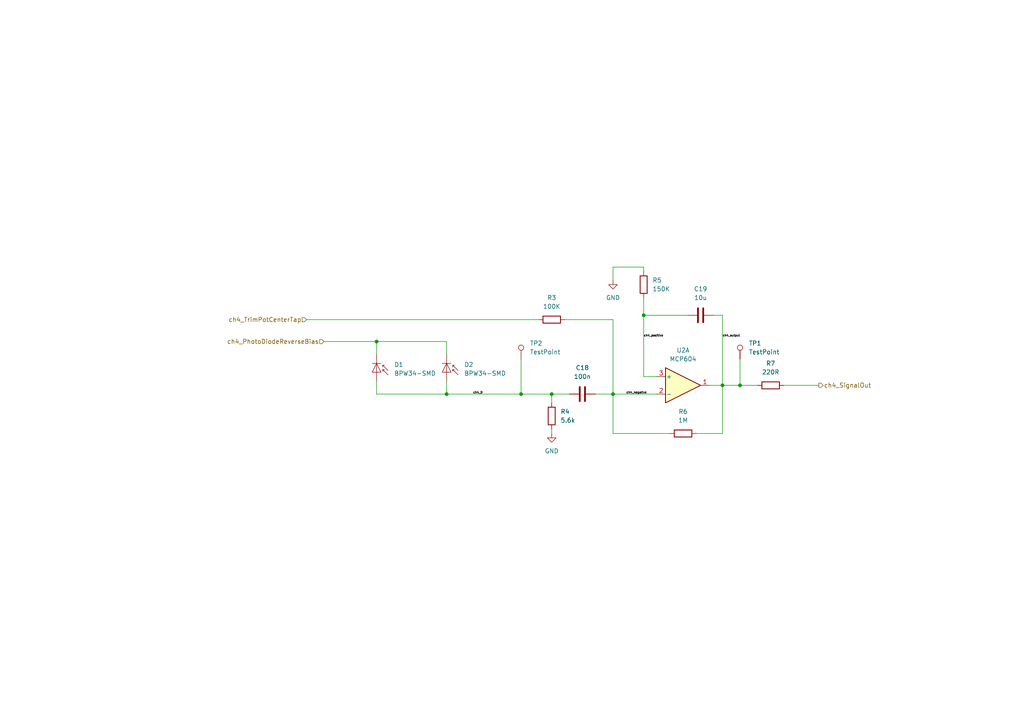
<source format=kicad_sch>
(kicad_sch (version 20230121) (generator eeschema)

  (uuid bcd93904-66b7-4f96-be96-9411886719d0)

  (paper "A4")

  (title_block
    (title "ElectronicBLETarget")
    (date "2024-02-03")
    (rev "1")
  )

  (lib_symbols
    (symbol "Amplifier_Operational:MCP604" (pin_names (offset 0.127)) (in_bom yes) (on_board yes)
      (property "Reference" "U" (at 0 5.08 0)
        (effects (font (size 1.27 1.27)) (justify left))
      )
      (property "Value" "MCP604" (at 0 -5.08 0)
        (effects (font (size 1.27 1.27)) (justify left))
      )
      (property "Footprint" "" (at -1.27 2.54 0)
        (effects (font (size 1.27 1.27)) hide)
      )
      (property "Datasheet" "http://ww1.microchip.com/downloads/en/DeviceDoc/21314g.pdf" (at 1.27 5.08 0)
        (effects (font (size 1.27 1.27)) hide)
      )
      (property "ki_locked" "" (at 0 0 0)
        (effects (font (size 1.27 1.27)))
      )
      (property "ki_keywords" "quad opamp" (at 0 0 0)
        (effects (font (size 1.27 1.27)) hide)
      )
      (property "ki_description" "Quad 2.7V to 6.0V Single Supply CMOS Op Amps, DIP-14/SOIC-14/TSSOP-14" (at 0 0 0)
        (effects (font (size 1.27 1.27)) hide)
      )
      (property "ki_fp_filters" "SOIC*3.9x8.7mm*P1.27mm* DIP*W7.62mm* TSSOP*4.4x5mm*P0.65mm* SSOP*5.3x6.2mm*P0.65mm* MSOP*3x3mm*P0.5mm*" (at 0 0 0)
        (effects (font (size 1.27 1.27)) hide)
      )
      (symbol "MCP604_1_1"
        (polyline
          (pts
            (xy -5.08 5.08)
            (xy 5.08 0)
            (xy -5.08 -5.08)
            (xy -5.08 5.08)
          )
          (stroke (width 0.254) (type default))
          (fill (type background))
        )
        (pin output line (at 7.62 0 180) (length 2.54)
          (name "~" (effects (font (size 1.27 1.27))))
          (number "1" (effects (font (size 1.27 1.27))))
        )
        (pin input line (at -7.62 -2.54 0) (length 2.54)
          (name "-" (effects (font (size 1.27 1.27))))
          (number "2" (effects (font (size 1.27 1.27))))
        )
        (pin input line (at -7.62 2.54 0) (length 2.54)
          (name "+" (effects (font (size 1.27 1.27))))
          (number "3" (effects (font (size 1.27 1.27))))
        )
      )
      (symbol "MCP604_2_1"
        (polyline
          (pts
            (xy -5.08 5.08)
            (xy 5.08 0)
            (xy -5.08 -5.08)
            (xy -5.08 5.08)
          )
          (stroke (width 0.254) (type default))
          (fill (type background))
        )
        (pin input line (at -7.62 2.54 0) (length 2.54)
          (name "+" (effects (font (size 1.27 1.27))))
          (number "5" (effects (font (size 1.27 1.27))))
        )
        (pin input line (at -7.62 -2.54 0) (length 2.54)
          (name "-" (effects (font (size 1.27 1.27))))
          (number "6" (effects (font (size 1.27 1.27))))
        )
        (pin output line (at 7.62 0 180) (length 2.54)
          (name "~" (effects (font (size 1.27 1.27))))
          (number "7" (effects (font (size 1.27 1.27))))
        )
      )
      (symbol "MCP604_3_1"
        (polyline
          (pts
            (xy -5.08 5.08)
            (xy 5.08 0)
            (xy -5.08 -5.08)
            (xy -5.08 5.08)
          )
          (stroke (width 0.254) (type default))
          (fill (type background))
        )
        (pin input line (at -7.62 2.54 0) (length 2.54)
          (name "+" (effects (font (size 1.27 1.27))))
          (number "10" (effects (font (size 1.27 1.27))))
        )
        (pin output line (at 7.62 0 180) (length 2.54)
          (name "~" (effects (font (size 1.27 1.27))))
          (number "8" (effects (font (size 1.27 1.27))))
        )
        (pin input line (at -7.62 -2.54 0) (length 2.54)
          (name "-" (effects (font (size 1.27 1.27))))
          (number "9" (effects (font (size 1.27 1.27))))
        )
      )
      (symbol "MCP604_4_1"
        (polyline
          (pts
            (xy -5.08 5.08)
            (xy 5.08 0)
            (xy -5.08 -5.08)
            (xy -5.08 5.08)
          )
          (stroke (width 0.254) (type default))
          (fill (type background))
        )
        (pin input line (at -7.62 2.54 0) (length 2.54)
          (name "+" (effects (font (size 1.27 1.27))))
          (number "12" (effects (font (size 1.27 1.27))))
        )
        (pin input line (at -7.62 -2.54 0) (length 2.54)
          (name "-" (effects (font (size 1.27 1.27))))
          (number "13" (effects (font (size 1.27 1.27))))
        )
        (pin output line (at 7.62 0 180) (length 2.54)
          (name "~" (effects (font (size 1.27 1.27))))
          (number "14" (effects (font (size 1.27 1.27))))
        )
      )
      (symbol "MCP604_5_1"
        (pin power_in line (at -2.54 -7.62 90) (length 3.81)
          (name "V-" (effects (font (size 1.27 1.27))))
          (number "11" (effects (font (size 1.27 1.27))))
        )
        (pin power_in line (at -2.54 7.62 270) (length 3.81)
          (name "V+" (effects (font (size 1.27 1.27))))
          (number "4" (effects (font (size 1.27 1.27))))
        )
      )
    )
    (symbol "Connector:TestPoint" (pin_numbers hide) (pin_names (offset 0.762) hide) (in_bom yes) (on_board yes)
      (property "Reference" "TP" (at 0 6.858 0)
        (effects (font (size 1.27 1.27)))
      )
      (property "Value" "TestPoint" (at 0 5.08 0)
        (effects (font (size 1.27 1.27)))
      )
      (property "Footprint" "" (at 5.08 0 0)
        (effects (font (size 1.27 1.27)) hide)
      )
      (property "Datasheet" "~" (at 5.08 0 0)
        (effects (font (size 1.27 1.27)) hide)
      )
      (property "ki_keywords" "test point tp" (at 0 0 0)
        (effects (font (size 1.27 1.27)) hide)
      )
      (property "ki_description" "test point" (at 0 0 0)
        (effects (font (size 1.27 1.27)) hide)
      )
      (property "ki_fp_filters" "Pin* Test*" (at 0 0 0)
        (effects (font (size 1.27 1.27)) hide)
      )
      (symbol "TestPoint_0_1"
        (circle (center 0 3.302) (radius 0.762)
          (stroke (width 0) (type default))
          (fill (type none))
        )
      )
      (symbol "TestPoint_1_1"
        (pin passive line (at 0 0 90) (length 2.54)
          (name "1" (effects (font (size 1.27 1.27))))
          (number "1" (effects (font (size 1.27 1.27))))
        )
      )
    )
    (symbol "Device:C" (pin_numbers hide) (pin_names (offset 0.254)) (in_bom yes) (on_board yes)
      (property "Reference" "C" (at 0.635 2.54 0)
        (effects (font (size 1.27 1.27)) (justify left))
      )
      (property "Value" "C" (at 0.635 -2.54 0)
        (effects (font (size 1.27 1.27)) (justify left))
      )
      (property "Footprint" "" (at 0.9652 -3.81 0)
        (effects (font (size 1.27 1.27)) hide)
      )
      (property "Datasheet" "~" (at 0 0 0)
        (effects (font (size 1.27 1.27)) hide)
      )
      (property "ki_keywords" "cap capacitor" (at 0 0 0)
        (effects (font (size 1.27 1.27)) hide)
      )
      (property "ki_description" "Unpolarized capacitor" (at 0 0 0)
        (effects (font (size 1.27 1.27)) hide)
      )
      (property "ki_fp_filters" "C_*" (at 0 0 0)
        (effects (font (size 1.27 1.27)) hide)
      )
      (symbol "C_0_1"
        (polyline
          (pts
            (xy -2.032 -0.762)
            (xy 2.032 -0.762)
          )
          (stroke (width 0.508) (type default))
          (fill (type none))
        )
        (polyline
          (pts
            (xy -2.032 0.762)
            (xy 2.032 0.762)
          )
          (stroke (width 0.508) (type default))
          (fill (type none))
        )
      )
      (symbol "C_1_1"
        (pin passive line (at 0 3.81 270) (length 2.794)
          (name "~" (effects (font (size 1.27 1.27))))
          (number "1" (effects (font (size 1.27 1.27))))
        )
        (pin passive line (at 0 -3.81 90) (length 2.794)
          (name "~" (effects (font (size 1.27 1.27))))
          (number "2" (effects (font (size 1.27 1.27))))
        )
      )
    )
    (symbol "Device:R" (pin_numbers hide) (pin_names (offset 0)) (in_bom yes) (on_board yes)
      (property "Reference" "R" (at 2.032 0 90)
        (effects (font (size 1.27 1.27)))
      )
      (property "Value" "R" (at 0 0 90)
        (effects (font (size 1.27 1.27)))
      )
      (property "Footprint" "" (at -1.778 0 90)
        (effects (font (size 1.27 1.27)) hide)
      )
      (property "Datasheet" "~" (at 0 0 0)
        (effects (font (size 1.27 1.27)) hide)
      )
      (property "ki_keywords" "R res resistor" (at 0 0 0)
        (effects (font (size 1.27 1.27)) hide)
      )
      (property "ki_description" "Resistor" (at 0 0 0)
        (effects (font (size 1.27 1.27)) hide)
      )
      (property "ki_fp_filters" "R_*" (at 0 0 0)
        (effects (font (size 1.27 1.27)) hide)
      )
      (symbol "R_0_1"
        (rectangle (start -1.016 -2.54) (end 1.016 2.54)
          (stroke (width 0.254) (type default))
          (fill (type none))
        )
      )
      (symbol "R_1_1"
        (pin passive line (at 0 3.81 270) (length 1.27)
          (name "~" (effects (font (size 1.27 1.27))))
          (number "1" (effects (font (size 1.27 1.27))))
        )
        (pin passive line (at 0 -3.81 90) (length 1.27)
          (name "~" (effects (font (size 1.27 1.27))))
          (number "2" (effects (font (size 1.27 1.27))))
        )
      )
    )
    (symbol "Sensor_Optical:BPW34-SMD" (pin_numbers hide) (pin_names (offset 1.016) hide) (in_bom yes) (on_board yes)
      (property "Reference" "D" (at 0.508 1.778 0)
        (effects (font (size 1.27 1.27)) (justify left))
      )
      (property "Value" "BPW34-SMD" (at -1.016 -2.794 0)
        (effects (font (size 1.27 1.27)))
      )
      (property "Footprint" "OptoDevice:Osram_BPW34S-SMD" (at 0 4.445 0)
        (effects (font (size 1.27 1.27)) hide)
      )
      (property "Datasheet" "https://dammedia.osram.info/media/resource/hires/osram-dam-5488319/BPW%2034%20S_EN.pdf" (at -1.27 0 0)
        (effects (font (size 1.27 1.27)) hide)
      )
      (property "ki_keywords" "opto photodiode" (at 0 0 0)
        (effects (font (size 1.27 1.27)) hide)
      )
      (property "ki_description" "Silicon PIN Photodiode, Area 2.65x2.65mm" (at 0 0 0)
        (effects (font (size 1.27 1.27)) hide)
      )
      (property "ki_fp_filters" "Osram*BPW34S*" (at 0 0 0)
        (effects (font (size 1.27 1.27)) hide)
      )
      (symbol "BPW34-SMD_0_1"
        (polyline
          (pts
            (xy -2.54 1.27)
            (xy -2.54 -1.27)
          )
          (stroke (width 0.1524) (type default))
          (fill (type none))
        )
        (polyline
          (pts
            (xy -2.032 1.778)
            (xy -1.524 1.778)
          )
          (stroke (width 0) (type default))
          (fill (type none))
        )
        (polyline
          (pts
            (xy 0 -1.27)
            (xy 0 1.27)
          )
          (stroke (width 0) (type default))
          (fill (type none))
        )
        (polyline
          (pts
            (xy 0 0)
            (xy -2.54 0)
          )
          (stroke (width 0) (type default))
          (fill (type none))
        )
        (polyline
          (pts
            (xy -0.508 3.302)
            (xy -2.032 1.778)
            (xy -2.032 2.286)
          )
          (stroke (width 0) (type default))
          (fill (type none))
        )
        (polyline
          (pts
            (xy 0 1.27)
            (xy -2.54 0)
            (xy 0 -1.27)
          )
          (stroke (width 0) (type default))
          (fill (type none))
        )
        (polyline
          (pts
            (xy 0.762 3.302)
            (xy -0.762 1.778)
            (xy -0.762 2.286)
            (xy -0.762 1.778)
            (xy -0.254 1.778)
          )
          (stroke (width 0) (type default))
          (fill (type none))
        )
      )
      (symbol "BPW34-SMD_1_1"
        (pin passive line (at -5.08 0 0) (length 2.54)
          (name "K" (effects (font (size 1.27 1.27))))
          (number "1" (effects (font (size 1.27 1.27))))
        )
        (pin passive line (at 2.54 0 180) (length 2.54)
          (name "A" (effects (font (size 1.27 1.27))))
          (number "2" (effects (font (size 1.27 1.27))))
        )
      )
    )
    (symbol "power:GND" (power) (pin_names (offset 0)) (in_bom yes) (on_board yes)
      (property "Reference" "#PWR" (at 0 -6.35 0)
        (effects (font (size 1.27 1.27)) hide)
      )
      (property "Value" "GND" (at 0 -3.81 0)
        (effects (font (size 1.27 1.27)))
      )
      (property "Footprint" "" (at 0 0 0)
        (effects (font (size 1.27 1.27)) hide)
      )
      (property "Datasheet" "" (at 0 0 0)
        (effects (font (size 1.27 1.27)) hide)
      )
      (property "ki_keywords" "global power" (at 0 0 0)
        (effects (font (size 1.27 1.27)) hide)
      )
      (property "ki_description" "Power symbol creates a global label with name \"GND\" , ground" (at 0 0 0)
        (effects (font (size 1.27 1.27)) hide)
      )
      (symbol "GND_0_1"
        (polyline
          (pts
            (xy 0 0)
            (xy 0 -1.27)
            (xy 1.27 -1.27)
            (xy 0 -2.54)
            (xy -1.27 -1.27)
            (xy 0 -1.27)
          )
          (stroke (width 0) (type default))
          (fill (type none))
        )
      )
      (symbol "GND_1_1"
        (pin power_in line (at 0 0 270) (length 0) hide
          (name "GND" (effects (font (size 1.27 1.27))))
          (number "1" (effects (font (size 1.27 1.27))))
        )
      )
    )
  )

  (junction (at 214.63 111.76) (diameter 0) (color 0 0 0 0)
    (uuid 06f6b43d-6f31-462e-93c9-005b6c16f9a3)
  )
  (junction (at 209.55 111.76) (diameter 0) (color 0 0 0 0)
    (uuid 15053ff8-233a-4df4-b152-03527b4f72e9)
  )
  (junction (at 160.02 114.3) (diameter 0) (color 0 0 0 0)
    (uuid 24f33cbd-b5c8-4477-bf87-30752bab4acc)
  )
  (junction (at 129.54 114.3) (diameter 0) (color 0 0 0 0)
    (uuid 35df34a9-61de-4740-9870-a4bb416231e8)
  )
  (junction (at 151.13 114.3) (diameter 0) (color 0 0 0 0)
    (uuid 4a4507fe-4e28-4f5a-a8e1-34fcb0ae3bd4)
  )
  (junction (at 109.22 99.06) (diameter 0) (color 0 0 0 0)
    (uuid 59e99747-77fb-4852-9b59-f1b112d58f95)
  )
  (junction (at 186.69 91.44) (diameter 0) (color 0 0 0 0)
    (uuid 7c6b6e60-2dad-4104-bdd5-573d94366f49)
  )
  (junction (at 177.8 114.3) (diameter 0) (color 0 0 0 0)
    (uuid 8da0bff1-015c-4f99-83d1-9e2ebbd0e908)
  )

  (wire (pts (xy 194.31 125.73) (xy 177.8 125.73))
    (stroke (width 0) (type default))
    (uuid 08264d83-b599-4232-af7f-ae0c58c55377)
  )
  (wire (pts (xy 209.55 111.76) (xy 214.63 111.76))
    (stroke (width 0) (type default))
    (uuid 0f58ad19-8404-4dc5-ae90-4ef632ccbe97)
  )
  (wire (pts (xy 190.5 114.3) (xy 177.8 114.3))
    (stroke (width 0) (type default))
    (uuid 1c650298-5512-4364-97cb-2ffc4e9030a4)
  )
  (wire (pts (xy 209.55 125.73) (xy 209.55 111.76))
    (stroke (width 0) (type default))
    (uuid 209260fe-1c95-49d7-aa34-fa2a845db987)
  )
  (wire (pts (xy 227.33 111.76) (xy 237.49 111.76))
    (stroke (width 0) (type default))
    (uuid 22302192-c93b-4fad-b37d-26e9e9517506)
  )
  (wire (pts (xy 151.13 114.3) (xy 160.02 114.3))
    (stroke (width 0) (type default))
    (uuid 23f2390f-4694-4d71-8243-bee547d8c7b6)
  )
  (wire (pts (xy 186.69 109.22) (xy 186.69 91.44))
    (stroke (width 0) (type default))
    (uuid 26984224-24ea-4579-b9be-2f716cf24cd6)
  )
  (wire (pts (xy 177.8 77.47) (xy 177.8 81.28))
    (stroke (width 0) (type default))
    (uuid 2cd7e08c-bcdf-4551-9316-8f2968278b10)
  )
  (wire (pts (xy 160.02 124.46) (xy 160.02 125.73))
    (stroke (width 0) (type default))
    (uuid 31af826c-6cf6-4481-8e38-0fb5633b0c59)
  )
  (wire (pts (xy 214.63 104.14) (xy 214.63 111.76))
    (stroke (width 0) (type default))
    (uuid 322d0347-e7a1-40c3-8a3f-6f96664d632b)
  )
  (wire (pts (xy 93.98 99.06) (xy 109.22 99.06))
    (stroke (width 0) (type default))
    (uuid 35c073f6-e7c7-43a5-893b-3d77df18b69b)
  )
  (wire (pts (xy 129.54 114.3) (xy 129.54 110.49))
    (stroke (width 0) (type default))
    (uuid 3ec08854-dab1-40a4-9364-a939fe535e24)
  )
  (wire (pts (xy 201.93 125.73) (xy 209.55 125.73))
    (stroke (width 0) (type default))
    (uuid 4d758028-7098-4b5e-9c8a-96c6e312467c)
  )
  (wire (pts (xy 186.69 91.44) (xy 199.39 91.44))
    (stroke (width 0) (type default))
    (uuid 53bba016-589e-4c22-acfa-e751828c8b0b)
  )
  (wire (pts (xy 129.54 102.87) (xy 129.54 99.06))
    (stroke (width 0) (type default))
    (uuid 581f5053-0b24-48eb-9301-d656e69800df)
  )
  (wire (pts (xy 151.13 104.14) (xy 151.13 114.3))
    (stroke (width 0) (type default))
    (uuid 611a04e4-2a0e-428b-ae74-0258032fbfbb)
  )
  (wire (pts (xy 172.72 114.3) (xy 177.8 114.3))
    (stroke (width 0) (type default))
    (uuid 71140937-3324-4966-a246-1624aeb3cc5e)
  )
  (wire (pts (xy 177.8 114.3) (xy 177.8 125.73))
    (stroke (width 0) (type default))
    (uuid 7237af06-f150-48ae-9fbb-6e97ca974f16)
  )
  (wire (pts (xy 186.69 77.47) (xy 186.69 78.74))
    (stroke (width 0) (type default))
    (uuid 837750c1-0fc3-4aa3-95b8-ede8603b4d89)
  )
  (wire (pts (xy 186.69 91.44) (xy 186.69 86.36))
    (stroke (width 0) (type default))
    (uuid 898d3209-3d78-4fb5-b494-d8d6638e0668)
  )
  (wire (pts (xy 186.69 77.47) (xy 177.8 77.47))
    (stroke (width 0) (type default))
    (uuid 8bfba422-1e1b-4b9b-b5c3-50ddd9a62baa)
  )
  (wire (pts (xy 177.8 92.71) (xy 177.8 114.3))
    (stroke (width 0) (type default))
    (uuid 8e8ceb2c-0856-49b4-a5fb-2d31bf70c13f)
  )
  (wire (pts (xy 214.63 111.76) (xy 219.71 111.76))
    (stroke (width 0) (type default))
    (uuid 8f73f5c8-8aed-4bfb-84c0-875340e8ec65)
  )
  (wire (pts (xy 109.22 110.49) (xy 109.22 114.3))
    (stroke (width 0) (type default))
    (uuid 9830815f-7621-4ed1-a386-dd668e22d1b6)
  )
  (wire (pts (xy 88.9 92.71) (xy 156.21 92.71))
    (stroke (width 0) (type default))
    (uuid a9bca116-fbda-4ada-ae75-b0e473d1e718)
  )
  (wire (pts (xy 109.22 99.06) (xy 109.22 102.87))
    (stroke (width 0) (type default))
    (uuid c1b5ea69-032d-4b5d-a5eb-e77521bf7f9e)
  )
  (wire (pts (xy 205.74 111.76) (xy 209.55 111.76))
    (stroke (width 0) (type default))
    (uuid c39aa372-91f7-4e81-8746-f3ff63dcd3b2)
  )
  (wire (pts (xy 163.83 92.71) (xy 177.8 92.71))
    (stroke (width 0) (type default))
    (uuid d1e22b32-302b-4a64-b98e-65e29b61d088)
  )
  (wire (pts (xy 190.5 109.22) (xy 186.69 109.22))
    (stroke (width 0) (type default))
    (uuid d7d20fcf-69eb-42ce-8c70-5379285049d9)
  )
  (wire (pts (xy 209.55 91.44) (xy 209.55 111.76))
    (stroke (width 0) (type default))
    (uuid dc4c1ce4-cba8-4522-9e62-41f4152f4362)
  )
  (wire (pts (xy 109.22 99.06) (xy 129.54 99.06))
    (stroke (width 0) (type default))
    (uuid e1f99239-fedd-44f4-863c-51f21b1d3460)
  )
  (wire (pts (xy 109.22 114.3) (xy 129.54 114.3))
    (stroke (width 0) (type default))
    (uuid e53f3537-92fb-428f-8828-9cdf60826efb)
  )
  (wire (pts (xy 207.01 91.44) (xy 209.55 91.44))
    (stroke (width 0) (type default))
    (uuid edc9bc8a-9ecd-4e05-b3dc-f28afd107c6e)
  )
  (wire (pts (xy 160.02 114.3) (xy 165.1 114.3))
    (stroke (width 0) (type default))
    (uuid ede1f5a0-8835-4ec7-ad1f-8ae042c8276a)
  )
  (wire (pts (xy 160.02 116.84) (xy 160.02 114.3))
    (stroke (width 0) (type default))
    (uuid eea543d4-29d1-4204-a074-5466fca792a2)
  )
  (wire (pts (xy 151.13 114.3) (xy 129.54 114.3))
    (stroke (width 0) (type default))
    (uuid efcfa2d0-9f78-45f5-a6e7-810e28437b9c)
  )

  (label "ch4_output" (at 209.55 97.79 0) (fields_autoplaced)
    (effects (font (size 0.6 0.6)) (justify left bottom))
    (uuid 040585c4-2da6-4d72-8597-5f679a3e6f1f)
  )
  (label "ch4_D" (at 137.16 114.3 0) (fields_autoplaced)
    (effects (font (size 0.6 0.6)) (justify left bottom))
    (uuid 1dec97b6-5e8f-4476-b6e3-dda5920c4b38)
  )
  (label "ch4_positive" (at 186.69 97.79 0) (fields_autoplaced)
    (effects (font (size 0.6 0.6)) (justify left bottom))
    (uuid 41076dd3-8772-443d-a7be-b6554930c54f)
  )
  (label "ch4_negative" (at 181.61 114.3 0) (fields_autoplaced)
    (effects (font (size 0.6 0.6)) (justify left bottom))
    (uuid 83df63f4-70f9-4e48-86c3-8cfc83219a7c)
  )

  (hierarchical_label "ch4_SignalOut" (shape output) (at 237.49 111.76 0) (fields_autoplaced)
    (effects (font (size 1.27 1.27)) (justify left))
    (uuid 27a6dc6c-429d-4a77-bc85-f9cc4c17dd8a)
  )
  (hierarchical_label "ch4_PhotoDiodeReverseBias" (shape input) (at 93.98 99.06 180) (fields_autoplaced)
    (effects (font (size 1.27 1.27)) (justify right))
    (uuid 77bdc91d-254e-4d2d-96fa-a1841cbeadf5)
  )
  (hierarchical_label "ch4_TrimPotCenterTap" (shape input) (at 88.9 92.71 180) (fields_autoplaced)
    (effects (font (size 1.27 1.27)) (justify right))
    (uuid ec31bf2d-b918-4b88-bc35-b78f1e80043d)
  )

  (symbol (lib_id "Device:R") (at 198.12 125.73 90) (unit 1)
    (in_bom yes) (on_board yes) (dnp no) (fields_autoplaced)
    (uuid 0578ddbb-4c02-4361-a97e-1b2631532558)
    (property "Reference" "R6" (at 198.12 119.38 90)
      (effects (font (size 1.27 1.27)))
    )
    (property "Value" "1M" (at 198.12 121.92 90)
      (effects (font (size 1.27 1.27)))
    )
    (property "Footprint" "Resistor_SMD:R_0402_1005Metric" (at 198.12 127.508 90)
      (effects (font (size 1.27 1.27)) hide)
    )
    (property "Datasheet" "~" (at 198.12 125.73 0)
      (effects (font (size 1.27 1.27)) hide)
    )
    (property "Distributor" "https://www2.mouser.com/ProductDetail/YAGEO/RC0402FR-071MP?qs=qpJ%252B%252B%252Bdg6p3ZHXW8hUlwzA%3D%3D" (at 198.12 125.73 0)
      (effects (font (size 1.27 1.27)) hide)
    )
    (property "Manufacturer" "YAEGO" (at 198.12 125.73 0)
      (effects (font (size 1.27 1.27)) hide)
    )
    (property "Manufacturer Part Number" "RC0402FR-071MP" (at 198.12 125.73 0)
      (effects (font (size 1.27 1.27)) hide)
    )
    (pin "2" (uuid 2cbb8222-1d3b-47c6-8024-d8c8a8a08158))
    (pin "1" (uuid b3a7929e-c8ab-4ca1-b69f-ba7ea8a05b27))
    (instances
      (project "ElectronicBLETarget"
        (path "/e65ca263-7357-4fa8-aaf0-4e1b74459457/49f09594-2afc-4263-bfc0-820cce7c9974/59fea44c-0a64-4f6c-b8f7-0535f389bda9"
          (reference "R6") (unit 1)
        )
        (path "/e65ca263-7357-4fa8-aaf0-4e1b74459457/49f09594-2afc-4263-bfc0-820cce7c9974/7874cf2c-78dc-45f4-9ca5-22bdae47e0ea"
          (reference "R11") (unit 1)
        )
        (path "/e65ca263-7357-4fa8-aaf0-4e1b74459457/49f09594-2afc-4263-bfc0-820cce7c9974/782e6450-79c1-4497-918b-ae61fd1dd8de"
          (reference "R16") (unit 1)
        )
        (path "/e65ca263-7357-4fa8-aaf0-4e1b74459457/49f09594-2afc-4263-bfc0-820cce7c9974/a8bfb28a-85d7-4181-9de3-ebd8cc24abfb"
          (reference "R34") (unit 1)
        )
        (path "/e65ca263-7357-4fa8-aaf0-4e1b74459457/b544718d-3976-4b6d-b3e0-414d205a9f25/ac7e442a-55f0-40d7-a384-830e172b4930"
          (reference "R54") (unit 1)
        )
      )
    )
  )

  (symbol (lib_id "Sensor_Optical:BPW34-SMD") (at 129.54 107.95 270) (unit 1)
    (in_bom yes) (on_board yes) (dnp no) (fields_autoplaced)
    (uuid 092f09cf-d785-4fba-9773-459969d4a6bf)
    (property "Reference" "D2" (at 134.62 105.7529 90)
      (effects (font (size 1.27 1.27)) (justify left))
    )
    (property "Value" "BPW34-SMD" (at 134.62 108.2929 90)
      (effects (font (size 1.27 1.27)) (justify left))
    )
    (property "Footprint" "ElectronicBLETarget_PCBFootprints:Osram_BPW34S-SMD" (at 133.985 107.95 0)
      (effects (font (size 1.27 1.27)) hide)
    )
    (property "Datasheet" "https://dammedia.osram.info/media/resource/hires/osram-dam-5488319/BPW%2034%20S_EN.pdf" (at 129.54 106.68 0)
      (effects (font (size 1.27 1.27)) hide)
    )
    (property "Distributor" "https://www2.mouser.com/ProductDetail/ams-OSRAM/BPW-34-S?qs=vLWxofP3U2zVT0CDmWwS1A%3D%3D" (at 129.54 107.95 0)
      (effects (font (size 1.27 1.27)) hide)
    )
    (property "Manufacturer" "ams OSRAM" (at 129.54 107.95 0)
      (effects (font (size 1.27 1.27)) hide)
    )
    (property "Manufacturer Part Number" "BPW 34 S" (at 129.54 107.95 0)
      (effects (font (size 1.27 1.27)) hide)
    )
    (pin "1" (uuid 7c4dd325-857b-41c3-a4dc-f1fff4223f1b))
    (pin "2" (uuid 65edcd7c-3c9d-46ed-a23d-dbf91902ab91))
    (instances
      (project "ElectronicBLETarget"
        (path "/e65ca263-7357-4fa8-aaf0-4e1b74459457/49f09594-2afc-4263-bfc0-820cce7c9974/59fea44c-0a64-4f6c-b8f7-0535f389bda9"
          (reference "D2") (unit 1)
        )
        (path "/e65ca263-7357-4fa8-aaf0-4e1b74459457/49f09594-2afc-4263-bfc0-820cce7c9974/7874cf2c-78dc-45f4-9ca5-22bdae47e0ea"
          (reference "D4") (unit 1)
        )
        (path "/e65ca263-7357-4fa8-aaf0-4e1b74459457/49f09594-2afc-4263-bfc0-820cce7c9974/782e6450-79c1-4497-918b-ae61fd1dd8de"
          (reference "D6") (unit 1)
        )
        (path "/e65ca263-7357-4fa8-aaf0-4e1b74459457/49f09594-2afc-4263-bfc0-820cce7c9974/a8bfb28a-85d7-4181-9de3-ebd8cc24abfb"
          (reference "D9") (unit 1)
        )
        (path "/e65ca263-7357-4fa8-aaf0-4e1b74459457/b544718d-3976-4b6d-b3e0-414d205a9f25/ac7e442a-55f0-40d7-a384-830e172b4930"
          (reference "D17") (unit 1)
        )
      )
    )
  )

  (symbol (lib_id "Device:R") (at 160.02 92.71 90) (unit 1)
    (in_bom yes) (on_board yes) (dnp no) (fields_autoplaced)
    (uuid 21b3066a-ab47-4dae-8443-1fe1083d48c5)
    (property "Reference" "R3" (at 160.02 86.36 90)
      (effects (font (size 1.27 1.27)))
    )
    (property "Value" "100K" (at 160.02 88.9 90)
      (effects (font (size 1.27 1.27)))
    )
    (property "Footprint" "Resistor_SMD:R_0402_1005Metric" (at 160.02 94.488 90)
      (effects (font (size 1.27 1.27)) hide)
    )
    (property "Datasheet" "~" (at 160.02 92.71 0)
      (effects (font (size 1.27 1.27)) hide)
    )
    (property "Distributor" "https://www2.mouser.com/ProductDetail/YAGEO/RC0402FR-07100KL?qs=mnq%2FyloZIXzTlUn7JAHSWg%3D%3D" (at 160.02 92.71 0)
      (effects (font (size 1.27 1.27)) hide)
    )
    (property "Manufacturer" "YAGEO" (at 160.02 92.71 0)
      (effects (font (size 1.27 1.27)) hide)
    )
    (property "Manufacturer Part Number" "RC0402FR-07100KL" (at 160.02 92.71 0)
      (effects (font (size 1.27 1.27)) hide)
    )
    (pin "1" (uuid d53d547a-32d4-4d5a-9104-e4774bdc239e))
    (pin "2" (uuid e1590a23-bc5b-451e-9f32-a7eda14f6058))
    (instances
      (project "ElectronicBLETarget"
        (path "/e65ca263-7357-4fa8-aaf0-4e1b74459457/49f09594-2afc-4263-bfc0-820cce7c9974/59fea44c-0a64-4f6c-b8f7-0535f389bda9"
          (reference "R3") (unit 1)
        )
        (path "/e65ca263-7357-4fa8-aaf0-4e1b74459457/49f09594-2afc-4263-bfc0-820cce7c9974/7874cf2c-78dc-45f4-9ca5-22bdae47e0ea"
          (reference "R8") (unit 1)
        )
        (path "/e65ca263-7357-4fa8-aaf0-4e1b74459457/49f09594-2afc-4263-bfc0-820cce7c9974/782e6450-79c1-4497-918b-ae61fd1dd8de"
          (reference "R13") (unit 1)
        )
        (path "/e65ca263-7357-4fa8-aaf0-4e1b74459457/49f09594-2afc-4263-bfc0-820cce7c9974/a8bfb28a-85d7-4181-9de3-ebd8cc24abfb"
          (reference "R31") (unit 1)
        )
        (path "/e65ca263-7357-4fa8-aaf0-4e1b74459457/b544718d-3976-4b6d-b3e0-414d205a9f25/ac7e442a-55f0-40d7-a384-830e172b4930"
          (reference "R51") (unit 1)
        )
      )
    )
  )

  (symbol (lib_id "power:GND") (at 177.8 81.28 0) (unit 1)
    (in_bom yes) (on_board yes) (dnp no) (fields_autoplaced)
    (uuid 22f13285-4124-47c4-a086-d3fa3a5530cf)
    (property "Reference" "#PWR023" (at 177.8 87.63 0)
      (effects (font (size 1.27 1.27)) hide)
    )
    (property "Value" "GND" (at 177.8 86.36 0)
      (effects (font (size 1.27 1.27)))
    )
    (property "Footprint" "" (at 177.8 81.28 0)
      (effects (font (size 1.27 1.27)) hide)
    )
    (property "Datasheet" "" (at 177.8 81.28 0)
      (effects (font (size 1.27 1.27)) hide)
    )
    (pin "1" (uuid e637e06e-6274-47f1-9a70-f944505bd5d0))
    (instances
      (project "ElectronicBLETarget"
        (path "/e65ca263-7357-4fa8-aaf0-4e1b74459457/49f09594-2afc-4263-bfc0-820cce7c9974/59fea44c-0a64-4f6c-b8f7-0535f389bda9"
          (reference "#PWR023") (unit 1)
        )
        (path "/e65ca263-7357-4fa8-aaf0-4e1b74459457/49f09594-2afc-4263-bfc0-820cce7c9974/7874cf2c-78dc-45f4-9ca5-22bdae47e0ea"
          (reference "#PWR025") (unit 1)
        )
        (path "/e65ca263-7357-4fa8-aaf0-4e1b74459457/49f09594-2afc-4263-bfc0-820cce7c9974/782e6450-79c1-4497-918b-ae61fd1dd8de"
          (reference "#PWR027") (unit 1)
        )
        (path "/e65ca263-7357-4fa8-aaf0-4e1b74459457/49f09594-2afc-4263-bfc0-820cce7c9974/a8bfb28a-85d7-4181-9de3-ebd8cc24abfb"
          (reference "#PWR052") (unit 1)
        )
        (path "/e65ca263-7357-4fa8-aaf0-4e1b74459457/b544718d-3976-4b6d-b3e0-414d205a9f25/ac7e442a-55f0-40d7-a384-830e172b4930"
          (reference "#PWR062") (unit 1)
        )
      )
    )
  )

  (symbol (lib_id "Amplifier_Operational:MCP604") (at 198.12 111.76 0) (unit 1)
    (in_bom yes) (on_board yes) (dnp no) (fields_autoplaced)
    (uuid 2401b2c9-c7a8-4095-8152-24b8e03a3c47)
    (property "Reference" "U2" (at 198.12 101.6 0)
      (effects (font (size 1.27 1.27)))
    )
    (property "Value" "MCP604" (at 198.12 104.14 0)
      (effects (font (size 1.27 1.27)))
    )
    (property "Footprint" "ElectronicBLETarget_PCBFootprints:SOIC-14_3.9x8.7mm_P1.27mm" (at 196.85 109.22 0)
      (effects (font (size 1.27 1.27)) hide)
    )
    (property "Datasheet" "https://www2.mouser.com/datasheet/2/268/21669D-1180278.pdf" (at 199.39 106.68 0)
      (effects (font (size 1.27 1.27)) hide)
    )
    (property "Distributor" "https://www2.mouser.com/ProductDetail/Microchip-Technology/MCP6044-I-SL?qs=Yx6ahBY6%252BSBWFG0wBCI4%2FA%3D%3D&_gl=1*oc0vmt*_ga*NDY3NDU2NzcuMTcwNTQ5MzI1Mg..*_ga_15W4STQT4T*MTcxMjQxNzM2Ni45LjEuMTcxMjQxNzg0NC44LjAuMA..*_ga_1KQLCYKRX3*MTcxMDc3NDc1NS4zLjAuMTcxMDc3NDc1OC4wLjAuMA.." (at 198.12 111.76 0)
      (effects (font (size 1.27 1.27)) hide)
    )
    (property "Manufacturer" "Microchip Technology" (at 198.12 111.76 0)
      (effects (font (size 1.27 1.27)) hide)
    )
    (property "Manufacturer Part Number" "MCP6044-I/SL" (at 198.12 111.76 0)
      (effects (font (size 1.27 1.27)) hide)
    )
    (pin "7" (uuid 7a81f82c-6d5a-40d0-87ca-b0db901379bb))
    (pin "3" (uuid f07536cb-0749-42a3-a0a9-db21b1769d3c))
    (pin "4" (uuid ecb57a54-d318-485e-9759-06c8cc7f1b63))
    (pin "2" (uuid 298185e7-2b2f-4b39-a01b-08075824a711))
    (pin "14" (uuid 64482b34-8f6f-410d-8bb1-63bf4abcffc6))
    (pin "10" (uuid c474b51b-d21f-474d-ab85-f8565aece012))
    (pin "12" (uuid 22197ab0-7db6-471f-836b-cf53764e8588))
    (pin "13" (uuid ba4c27d9-a29f-4329-967b-da694094f84f))
    (pin "6" (uuid e569b10d-d541-45ce-9d58-60f952aa2b36))
    (pin "5" (uuid 27f90559-cac7-4d3f-9f59-642e3ae8bd79))
    (pin "9" (uuid b471a340-ba6c-4792-b125-c7897980b13c))
    (pin "1" (uuid 89c0303b-63ba-40a1-9123-1a3e89b8d922))
    (pin "8" (uuid 6621f91b-b020-4242-83fd-8f49fd5885ec))
    (pin "11" (uuid 958f1c67-41a5-406f-985e-c31c8db2bc0c))
    (instances
      (project "ElectronicBLETarget"
        (path "/e65ca263-7357-4fa8-aaf0-4e1b74459457/49f09594-2afc-4263-bfc0-820cce7c9974/59fea44c-0a64-4f6c-b8f7-0535f389bda9"
          (reference "U2") (unit 1)
        )
        (path "/e65ca263-7357-4fa8-aaf0-4e1b74459457/49f09594-2afc-4263-bfc0-820cce7c9974/7874cf2c-78dc-45f4-9ca5-22bdae47e0ea"
          (reference "U3") (unit 2)
        )
        (path "/e65ca263-7357-4fa8-aaf0-4e1b74459457/49f09594-2afc-4263-bfc0-820cce7c9974/782e6450-79c1-4497-918b-ae61fd1dd8de"
          (reference "U3") (unit 1)
        )
        (path "/e65ca263-7357-4fa8-aaf0-4e1b74459457/49f09594-2afc-4263-bfc0-820cce7c9974/a8bfb28a-85d7-4181-9de3-ebd8cc24abfb"
          (reference "U8") (unit 4)
        )
        (path "/e65ca263-7357-4fa8-aaf0-4e1b74459457/b544718d-3976-4b6d-b3e0-414d205a9f25/ac7e442a-55f0-40d7-a384-830e172b4930"
          (reference "U9") (unit 4)
        )
      )
    )
  )

  (symbol (lib_id "Device:C") (at 203.2 91.44 90) (unit 1)
    (in_bom yes) (on_board yes) (dnp no) (fields_autoplaced)
    (uuid 324a9385-e5c5-4c7f-9b0f-766715bde74a)
    (property "Reference" "C19" (at 203.2 83.82 90)
      (effects (font (size 1.27 1.27)))
    )
    (property "Value" "10u" (at 203.2 86.36 90)
      (effects (font (size 1.27 1.27)))
    )
    (property "Footprint" "Capacitor_SMD:C_0603_1608Metric" (at 207.01 90.4748 0)
      (effects (font (size 1.27 1.27)) hide)
    )
    (property "Datasheet" "~" (at 203.2 91.44 0)
      (effects (font (size 1.27 1.27)) hide)
    )
    (property "Distributor" "https://www2.mouser.com/ProductDetail/Murata-Electronics/GRT188R61A106KE13D?qs=drgMNd%252BkGPNPX%2FZOd6cIlg%3D%3D" (at 203.2 91.44 0)
      (effects (font (size 1.27 1.27)) hide)
    )
    (property "Manufacturer" "Murata Electronics" (at 203.2 91.44 0)
      (effects (font (size 1.27 1.27)) hide)
    )
    (property "Manufacturer Part Number" "GRT188R61A106KE13D" (at 203.2 91.44 0)
      (effects (font (size 1.27 1.27)) hide)
    )
    (pin "2" (uuid 920cd361-6dd7-404f-8901-4010cd45af9a))
    (pin "1" (uuid 109e6895-bb62-4e23-8098-5cadccdbc653))
    (instances
      (project "ElectronicBLETarget"
        (path "/e65ca263-7357-4fa8-aaf0-4e1b74459457/49f09594-2afc-4263-bfc0-820cce7c9974/59fea44c-0a64-4f6c-b8f7-0535f389bda9"
          (reference "C19") (unit 1)
        )
        (path "/e65ca263-7357-4fa8-aaf0-4e1b74459457/49f09594-2afc-4263-bfc0-820cce7c9974/7874cf2c-78dc-45f4-9ca5-22bdae47e0ea"
          (reference "C21") (unit 1)
        )
        (path "/e65ca263-7357-4fa8-aaf0-4e1b74459457/49f09594-2afc-4263-bfc0-820cce7c9974/782e6450-79c1-4497-918b-ae61fd1dd8de"
          (reference "C23") (unit 1)
        )
        (path "/e65ca263-7357-4fa8-aaf0-4e1b74459457/49f09594-2afc-4263-bfc0-820cce7c9974/a8bfb28a-85d7-4181-9de3-ebd8cc24abfb"
          (reference "C30") (unit 1)
        )
        (path "/e65ca263-7357-4fa8-aaf0-4e1b74459457/b544718d-3976-4b6d-b3e0-414d205a9f25/ac7e442a-55f0-40d7-a384-830e172b4930"
          (reference "C38") (unit 1)
        )
      )
    )
  )

  (symbol (lib_id "Device:R") (at 186.69 82.55 0) (unit 1)
    (in_bom yes) (on_board yes) (dnp no) (fields_autoplaced)
    (uuid 497ce8c3-87c8-4954-9db2-4b04bbbe5269)
    (property "Reference" "R5" (at 189.23 81.28 0)
      (effects (font (size 1.27 1.27)) (justify left))
    )
    (property "Value" "150K" (at 189.23 83.82 0)
      (effects (font (size 1.27 1.27)) (justify left))
    )
    (property "Footprint" "Resistor_SMD:R_0402_1005Metric" (at 184.912 82.55 90)
      (effects (font (size 1.27 1.27)) hide)
    )
    (property "Datasheet" "~" (at 186.69 82.55 0)
      (effects (font (size 1.27 1.27)) hide)
    )
    (property "Distributor" "https://www2.mouser.com/ProductDetail/YAGEO/RC0402FR-07150KL?qs=UOUeRUa%252B8Wn3KcUL8sT7JA%3D%3D" (at 186.69 82.55 0)
      (effects (font (size 1.27 1.27)) hide)
    )
    (property "Manufacturer" "YAEGO" (at 186.69 82.55 0)
      (effects (font (size 1.27 1.27)) hide)
    )
    (property "Manufacturer Part Number" "RC0402FR-07150KL" (at 186.69 82.55 0)
      (effects (font (size 1.27 1.27)) hide)
    )
    (pin "1" (uuid b6195ab5-d57a-4a7c-92d1-f4f59b4ae8c6))
    (pin "2" (uuid 87d4ebfc-00b1-4a43-a2f9-05f10d6cb40d))
    (instances
      (project "ElectronicBLETarget"
        (path "/e65ca263-7357-4fa8-aaf0-4e1b74459457/49f09594-2afc-4263-bfc0-820cce7c9974/59fea44c-0a64-4f6c-b8f7-0535f389bda9"
          (reference "R5") (unit 1)
        )
        (path "/e65ca263-7357-4fa8-aaf0-4e1b74459457/49f09594-2afc-4263-bfc0-820cce7c9974/7874cf2c-78dc-45f4-9ca5-22bdae47e0ea"
          (reference "R10") (unit 1)
        )
        (path "/e65ca263-7357-4fa8-aaf0-4e1b74459457/49f09594-2afc-4263-bfc0-820cce7c9974/782e6450-79c1-4497-918b-ae61fd1dd8de"
          (reference "R15") (unit 1)
        )
        (path "/e65ca263-7357-4fa8-aaf0-4e1b74459457/49f09594-2afc-4263-bfc0-820cce7c9974/a8bfb28a-85d7-4181-9de3-ebd8cc24abfb"
          (reference "R33") (unit 1)
        )
        (path "/e65ca263-7357-4fa8-aaf0-4e1b74459457/b544718d-3976-4b6d-b3e0-414d205a9f25/ac7e442a-55f0-40d7-a384-830e172b4930"
          (reference "R53") (unit 1)
        )
      )
    )
  )

  (symbol (lib_id "Connector:TestPoint") (at 214.63 104.14 0) (unit 1)
    (in_bom yes) (on_board yes) (dnp no) (fields_autoplaced)
    (uuid 52b28178-bce1-4375-891c-9a873137fa69)
    (property "Reference" "TP1" (at 217.17 99.568 0)
      (effects (font (size 1.27 1.27)) (justify left))
    )
    (property "Value" "TestPoint" (at 217.17 102.108 0)
      (effects (font (size 1.27 1.27)) (justify left))
    )
    (property "Footprint" "TestPoint:TestPoint_Pad_D1.5mm" (at 219.71 104.14 0)
      (effects (font (size 1.27 1.27)) hide)
    )
    (property "Datasheet" "~" (at 219.71 104.14 0)
      (effects (font (size 1.27 1.27)) hide)
    )
    (property "Distributor" "" (at 214.63 104.14 0)
      (effects (font (size 1.27 1.27)) hide)
    )
    (property "Manufacturer" "" (at 214.63 104.14 0)
      (effects (font (size 1.27 1.27)) hide)
    )
    (property "Manufacturer Part Number" "" (at 214.63 104.14 0)
      (effects (font (size 1.27 1.27)) hide)
    )
    (pin "1" (uuid 547ff785-86bc-4ea8-bbb7-ce214f2d3b2e))
    (instances
      (project "ElectronicBLETarget"
        (path "/e65ca263-7357-4fa8-aaf0-4e1b74459457/49f09594-2afc-4263-bfc0-820cce7c9974/59fea44c-0a64-4f6c-b8f7-0535f389bda9"
          (reference "TP1") (unit 1)
        )
        (path "/e65ca263-7357-4fa8-aaf0-4e1b74459457/49f09594-2afc-4263-bfc0-820cce7c9974/7874cf2c-78dc-45f4-9ca5-22bdae47e0ea"
          (reference "TP4") (unit 1)
        )
        (path "/e65ca263-7357-4fa8-aaf0-4e1b74459457/49f09594-2afc-4263-bfc0-820cce7c9974/782e6450-79c1-4497-918b-ae61fd1dd8de"
          (reference "TP6") (unit 1)
        )
        (path "/e65ca263-7357-4fa8-aaf0-4e1b74459457/49f09594-2afc-4263-bfc0-820cce7c9974/a8bfb28a-85d7-4181-9de3-ebd8cc24abfb"
          (reference "TP11") (unit 1)
        )
        (path "/e65ca263-7357-4fa8-aaf0-4e1b74459457/b544718d-3976-4b6d-b3e0-414d205a9f25/ac7e442a-55f0-40d7-a384-830e172b4930"
          (reference "TP19") (unit 1)
        )
      )
    )
  )

  (symbol (lib_id "Device:R") (at 223.52 111.76 270) (unit 1)
    (in_bom yes) (on_board yes) (dnp no) (fields_autoplaced)
    (uuid 532c713e-762b-4c11-87af-a4348a07dfd6)
    (property "Reference" "R7" (at 223.52 105.41 90)
      (effects (font (size 1.27 1.27)))
    )
    (property "Value" "220R" (at 223.52 107.95 90)
      (effects (font (size 1.27 1.27)))
    )
    (property "Footprint" "Resistor_SMD:R_0402_1005Metric" (at 223.52 109.982 90)
      (effects (font (size 1.27 1.27)) hide)
    )
    (property "Datasheet" "~" (at 223.52 111.76 0)
      (effects (font (size 1.27 1.27)) hide)
    )
    (property "Distributor" "https://www2.mouser.com/ProductDetail/YAGEO/RC0402FR-07221RL?qs=YDy31nmf64y04UoKIvC83Q%3D%3D" (at 223.52 111.76 0)
      (effects (font (size 1.27 1.27)) hide)
    )
    (property "Manufacturer" "YAGEO" (at 223.52 111.76 0)
      (effects (font (size 1.27 1.27)) hide)
    )
    (property "Manufacturer Part Number" "RC0402FR-07221RL" (at 223.52 111.76 0)
      (effects (font (size 1.27 1.27)) hide)
    )
    (pin "2" (uuid 523cdb03-aaff-41ea-8ba9-8e8cb3b97e10))
    (pin "1" (uuid 54e0f85d-f97e-4c8e-88cd-e319cd154a2f))
    (instances
      (project "ElectronicBLETarget"
        (path "/e65ca263-7357-4fa8-aaf0-4e1b74459457/49f09594-2afc-4263-bfc0-820cce7c9974/59fea44c-0a64-4f6c-b8f7-0535f389bda9"
          (reference "R7") (unit 1)
        )
        (path "/e65ca263-7357-4fa8-aaf0-4e1b74459457/49f09594-2afc-4263-bfc0-820cce7c9974/7874cf2c-78dc-45f4-9ca5-22bdae47e0ea"
          (reference "R12") (unit 1)
        )
        (path "/e65ca263-7357-4fa8-aaf0-4e1b74459457/49f09594-2afc-4263-bfc0-820cce7c9974/782e6450-79c1-4497-918b-ae61fd1dd8de"
          (reference "R17") (unit 1)
        )
        (path "/e65ca263-7357-4fa8-aaf0-4e1b74459457/49f09594-2afc-4263-bfc0-820cce7c9974/a8bfb28a-85d7-4181-9de3-ebd8cc24abfb"
          (reference "R35") (unit 1)
        )
        (path "/e65ca263-7357-4fa8-aaf0-4e1b74459457/b544718d-3976-4b6d-b3e0-414d205a9f25/ac7e442a-55f0-40d7-a384-830e172b4930"
          (reference "R55") (unit 1)
        )
      )
    )
  )

  (symbol (lib_id "Device:R") (at 160.02 120.65 0) (unit 1)
    (in_bom yes) (on_board yes) (dnp no) (fields_autoplaced)
    (uuid 5457a366-6a6c-4017-85da-b8827535793d)
    (property "Reference" "R4" (at 162.56 119.38 0)
      (effects (font (size 1.27 1.27)) (justify left))
    )
    (property "Value" "5.6k" (at 162.56 121.92 0)
      (effects (font (size 1.27 1.27)) (justify left))
    )
    (property "Footprint" "Resistor_SMD:R_0402_1005Metric" (at 158.242 120.65 90)
      (effects (font (size 1.27 1.27)) hide)
    )
    (property "Datasheet" "~" (at 160.02 120.65 0)
      (effects (font (size 1.27 1.27)) hide)
    )
    (property "Distributor" "https://www2.mouser.com/ProductDetail/YAGEO/RC0402FR-075K6P?qs=qpJ%252B%252B%252Bdg6p30gsyyATH7TQ%3D%3D" (at 160.02 120.65 0)
      (effects (font (size 1.27 1.27)) hide)
    )
    (property "Manufacturer" "YAGEO" (at 160.02 120.65 0)
      (effects (font (size 1.27 1.27)) hide)
    )
    (property "Manufacturer Part Number" "RC0402FR-075K6P" (at 160.02 120.65 0)
      (effects (font (size 1.27 1.27)) hide)
    )
    (pin "1" (uuid d84bcc05-385f-4bdb-8ae0-536db10b531b))
    (pin "2" (uuid c921d5b8-418c-425f-8709-d2b77e5ae4f0))
    (instances
      (project "ElectronicBLETarget"
        (path "/e65ca263-7357-4fa8-aaf0-4e1b74459457/49f09594-2afc-4263-bfc0-820cce7c9974/59fea44c-0a64-4f6c-b8f7-0535f389bda9"
          (reference "R4") (unit 1)
        )
        (path "/e65ca263-7357-4fa8-aaf0-4e1b74459457/49f09594-2afc-4263-bfc0-820cce7c9974/7874cf2c-78dc-45f4-9ca5-22bdae47e0ea"
          (reference "R9") (unit 1)
        )
        (path "/e65ca263-7357-4fa8-aaf0-4e1b74459457/49f09594-2afc-4263-bfc0-820cce7c9974/782e6450-79c1-4497-918b-ae61fd1dd8de"
          (reference "R14") (unit 1)
        )
        (path "/e65ca263-7357-4fa8-aaf0-4e1b74459457/49f09594-2afc-4263-bfc0-820cce7c9974/a8bfb28a-85d7-4181-9de3-ebd8cc24abfb"
          (reference "R32") (unit 1)
        )
        (path "/e65ca263-7357-4fa8-aaf0-4e1b74459457/b544718d-3976-4b6d-b3e0-414d205a9f25/ac7e442a-55f0-40d7-a384-830e172b4930"
          (reference "R52") (unit 1)
        )
      )
    )
  )

  (symbol (lib_id "Sensor_Optical:BPW34-SMD") (at 109.22 107.95 270) (unit 1)
    (in_bom yes) (on_board yes) (dnp no)
    (uuid 599c9054-18d6-4614-a177-705efdbdcf40)
    (property "Reference" "D1" (at 114.3 105.7529 90)
      (effects (font (size 1.27 1.27)) (justify left))
    )
    (property "Value" "BPW34-SMD" (at 114.3 108.2929 90)
      (effects (font (size 1.27 1.27)) (justify left))
    )
    (property "Footprint" "ElectronicBLETarget_PCBFootprints:Osram_BPW34S-SMD" (at 113.665 107.95 0)
      (effects (font (size 1.27 1.27)) hide)
    )
    (property "Datasheet" "https://dammedia.osram.info/media/resource/hires/osram-dam-5488319/BPW%2034%20S_EN.pdf" (at 109.22 106.68 0)
      (effects (font (size 1.27 1.27)) hide)
    )
    (property "Distributor" "https://www2.mouser.com/ProductDetail/ams-OSRAM/BPW-34-S?qs=vLWxofP3U2zVT0CDmWwS1A%3D%3D" (at 109.22 107.95 0)
      (effects (font (size 1.27 1.27)) hide)
    )
    (property "Manufacturer" "ams OSRAM" (at 109.22 107.95 0)
      (effects (font (size 1.27 1.27)) hide)
    )
    (property "Manufacturer Part Number" "BPW 34 S" (at 109.22 107.95 0)
      (effects (font (size 1.27 1.27)) hide)
    )
    (pin "1" (uuid 5394c460-b054-4815-b879-31dc1faae81c))
    (pin "2" (uuid 72c5945d-15d0-4789-adf3-6a4bc0ea3b9d))
    (instances
      (project "ElectronicBLETarget"
        (path "/e65ca263-7357-4fa8-aaf0-4e1b74459457/49f09594-2afc-4263-bfc0-820cce7c9974/59fea44c-0a64-4f6c-b8f7-0535f389bda9"
          (reference "D1") (unit 1)
        )
        (path "/e65ca263-7357-4fa8-aaf0-4e1b74459457/49f09594-2afc-4263-bfc0-820cce7c9974/7874cf2c-78dc-45f4-9ca5-22bdae47e0ea"
          (reference "D3") (unit 1)
        )
        (path "/e65ca263-7357-4fa8-aaf0-4e1b74459457/49f09594-2afc-4263-bfc0-820cce7c9974/782e6450-79c1-4497-918b-ae61fd1dd8de"
          (reference "D5") (unit 1)
        )
        (path "/e65ca263-7357-4fa8-aaf0-4e1b74459457/49f09594-2afc-4263-bfc0-820cce7c9974/a8bfb28a-85d7-4181-9de3-ebd8cc24abfb"
          (reference "D8") (unit 1)
        )
        (path "/e65ca263-7357-4fa8-aaf0-4e1b74459457/b544718d-3976-4b6d-b3e0-414d205a9f25/ac7e442a-55f0-40d7-a384-830e172b4930"
          (reference "D16") (unit 1)
        )
      )
    )
  )

  (symbol (lib_id "Connector:TestPoint") (at 151.13 104.14 0) (unit 1)
    (in_bom yes) (on_board yes) (dnp no) (fields_autoplaced)
    (uuid 667f10f1-69e4-4922-8c6b-fc20492ab22c)
    (property "Reference" "TP2" (at 153.67 99.568 0)
      (effects (font (size 1.27 1.27)) (justify left))
    )
    (property "Value" "TestPoint" (at 153.67 102.108 0)
      (effects (font (size 1.27 1.27)) (justify left))
    )
    (property "Footprint" "TestPoint:TestPoint_Pad_D1.5mm" (at 156.21 104.14 0)
      (effects (font (size 1.27 1.27)) hide)
    )
    (property "Datasheet" "~" (at 156.21 104.14 0)
      (effects (font (size 1.27 1.27)) hide)
    )
    (property "Distributor" "" (at 151.13 104.14 0)
      (effects (font (size 1.27 1.27)) hide)
    )
    (property "Manufacturer" "" (at 151.13 104.14 0)
      (effects (font (size 1.27 1.27)) hide)
    )
    (property "Manufacturer Part Number" "" (at 151.13 104.14 0)
      (effects (font (size 1.27 1.27)) hide)
    )
    (pin "1" (uuid c1662a7e-aa65-4fac-aab3-ed2791dc6c87))
    (instances
      (project "ElectronicBLETarget"
        (path "/e65ca263-7357-4fa8-aaf0-4e1b74459457/49f09594-2afc-4263-bfc0-820cce7c9974/59fea44c-0a64-4f6c-b8f7-0535f389bda9"
          (reference "TP2") (unit 1)
        )
        (path "/e65ca263-7357-4fa8-aaf0-4e1b74459457/49f09594-2afc-4263-bfc0-820cce7c9974/7874cf2c-78dc-45f4-9ca5-22bdae47e0ea"
          (reference "TP3") (unit 1)
        )
        (path "/e65ca263-7357-4fa8-aaf0-4e1b74459457/49f09594-2afc-4263-bfc0-820cce7c9974/782e6450-79c1-4497-918b-ae61fd1dd8de"
          (reference "TP5") (unit 1)
        )
        (path "/e65ca263-7357-4fa8-aaf0-4e1b74459457/49f09594-2afc-4263-bfc0-820cce7c9974/a8bfb28a-85d7-4181-9de3-ebd8cc24abfb"
          (reference "TP10") (unit 1)
        )
        (path "/e65ca263-7357-4fa8-aaf0-4e1b74459457/b544718d-3976-4b6d-b3e0-414d205a9f25/ac7e442a-55f0-40d7-a384-830e172b4930"
          (reference "TP18") (unit 1)
        )
      )
    )
  )

  (symbol (lib_id "Device:C") (at 168.91 114.3 90) (unit 1)
    (in_bom yes) (on_board yes) (dnp no) (fields_autoplaced)
    (uuid 6bd4c6e2-3624-4653-9eb7-1f699e747031)
    (property "Reference" "C18" (at 168.91 106.68 90)
      (effects (font (size 1.27 1.27)))
    )
    (property "Value" "100n" (at 168.91 109.22 90)
      (effects (font (size 1.27 1.27)))
    )
    (property "Footprint" "Capacitor_SMD:C_0402_1005Metric" (at 172.72 113.3348 0)
      (effects (font (size 1.27 1.27)) hide)
    )
    (property "Datasheet" "~" (at 168.91 114.3 0)
      (effects (font (size 1.27 1.27)) hide)
    )
    (property "Distributor" "https://www2.mouser.com/ProductDetail/KYOCERA-AVX/04023C104KAT2A?qs=nNezP%252BoerbAsgsxxIAjFOw%3D%3D" (at 168.91 114.3 0)
      (effects (font (size 1.27 1.27)) hide)
    )
    (property "Manufacturer" "KYOCERA AVX" (at 168.91 114.3 0)
      (effects (font (size 1.27 1.27)) hide)
    )
    (property "Manufacturer Part Number" "04023C104KAT2A" (at 168.91 114.3 0)
      (effects (font (size 1.27 1.27)) hide)
    )
    (pin "1" (uuid 55df6907-0fb8-4f5b-b9bc-06c2835c7769))
    (pin "2" (uuid f5b88e3b-29a3-4ca0-9e43-48ea3f953840))
    (instances
      (project "ElectronicBLETarget"
        (path "/e65ca263-7357-4fa8-aaf0-4e1b74459457/49f09594-2afc-4263-bfc0-820cce7c9974/59fea44c-0a64-4f6c-b8f7-0535f389bda9"
          (reference "C18") (unit 1)
        )
        (path "/e65ca263-7357-4fa8-aaf0-4e1b74459457/49f09594-2afc-4263-bfc0-820cce7c9974/7874cf2c-78dc-45f4-9ca5-22bdae47e0ea"
          (reference "C20") (unit 1)
        )
        (path "/e65ca263-7357-4fa8-aaf0-4e1b74459457/49f09594-2afc-4263-bfc0-820cce7c9974/782e6450-79c1-4497-918b-ae61fd1dd8de"
          (reference "C22") (unit 1)
        )
        (path "/e65ca263-7357-4fa8-aaf0-4e1b74459457/49f09594-2afc-4263-bfc0-820cce7c9974/a8bfb28a-85d7-4181-9de3-ebd8cc24abfb"
          (reference "C29") (unit 1)
        )
        (path "/e65ca263-7357-4fa8-aaf0-4e1b74459457/b544718d-3976-4b6d-b3e0-414d205a9f25/ac7e442a-55f0-40d7-a384-830e172b4930"
          (reference "C37") (unit 1)
        )
      )
    )
  )

  (symbol (lib_id "power:GND") (at 160.02 125.73 0) (unit 1)
    (in_bom yes) (on_board yes) (dnp no) (fields_autoplaced)
    (uuid 89e37a85-96cf-402c-a0d4-809b29d54803)
    (property "Reference" "#PWR022" (at 160.02 132.08 0)
      (effects (font (size 1.27 1.27)) hide)
    )
    (property "Value" "GND" (at 160.02 130.81 0)
      (effects (font (size 1.27 1.27)))
    )
    (property "Footprint" "" (at 160.02 125.73 0)
      (effects (font (size 1.27 1.27)) hide)
    )
    (property "Datasheet" "" (at 160.02 125.73 0)
      (effects (font (size 1.27 1.27)) hide)
    )
    (pin "1" (uuid c5784dcb-35ca-4582-8777-f5bdae1bc45c))
    (instances
      (project "ElectronicBLETarget"
        (path "/e65ca263-7357-4fa8-aaf0-4e1b74459457/49f09594-2afc-4263-bfc0-820cce7c9974/59fea44c-0a64-4f6c-b8f7-0535f389bda9"
          (reference "#PWR022") (unit 1)
        )
        (path "/e65ca263-7357-4fa8-aaf0-4e1b74459457/49f09594-2afc-4263-bfc0-820cce7c9974/7874cf2c-78dc-45f4-9ca5-22bdae47e0ea"
          (reference "#PWR024") (unit 1)
        )
        (path "/e65ca263-7357-4fa8-aaf0-4e1b74459457/49f09594-2afc-4263-bfc0-820cce7c9974/782e6450-79c1-4497-918b-ae61fd1dd8de"
          (reference "#PWR026") (unit 1)
        )
        (path "/e65ca263-7357-4fa8-aaf0-4e1b74459457/49f09594-2afc-4263-bfc0-820cce7c9974/a8bfb28a-85d7-4181-9de3-ebd8cc24abfb"
          (reference "#PWR051") (unit 1)
        )
        (path "/e65ca263-7357-4fa8-aaf0-4e1b74459457/b544718d-3976-4b6d-b3e0-414d205a9f25/ac7e442a-55f0-40d7-a384-830e172b4930"
          (reference "#PWR061") (unit 1)
        )
      )
    )
  )
)

</source>
